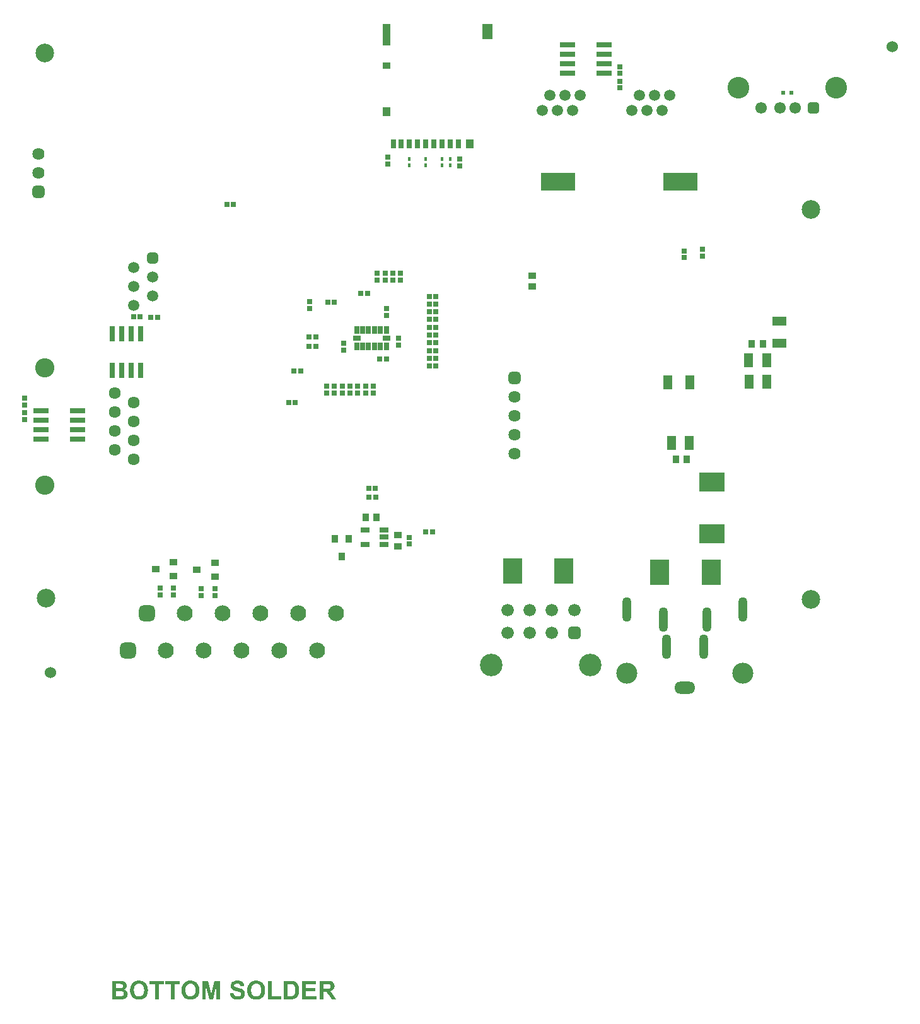
<source format=gbs>
G04*
G04 #@! TF.GenerationSoftware,Altium Limited,Altium Designer,21.4.1 (30)*
G04*
G04 Layer_Color=16711935*
%FSLAX25Y25*%
%MOIN*%
G70*
G04*
G04 #@! TF.SameCoordinates,04E9EE4E-D336-421F-817C-04C26E83230A*
G04*
G04*
G04 #@! TF.FilePolarity,Negative*
G04*
G01*
G75*
%ADD19R,0.02400X0.02400*%
%ADD52C,0.06000*%
%ADD53R,0.02800X0.02800*%
%ADD57R,0.03156X0.08200*%
%ADD58R,0.02800X0.02800*%
%ADD62R,0.03550X0.04337*%
%ADD70R,0.05128X0.07687*%
%ADD72R,0.03800X0.04300*%
%ADD89R,0.05100X0.07500*%
%ADD90R,0.04300X0.03800*%
%ADD91R,0.08200X0.03156*%
%ADD92R,0.13392X0.10243*%
%ADD93R,0.01581X0.01975*%
%ADD94C,0.06334*%
%ADD95C,0.10138*%
%ADD96C,0.00394*%
%ADD97C,0.00400*%
%ADD98C,0.05900*%
G04:AMPARAMS|DCode=99|XSize=59mil|YSize=59mil|CornerRadius=15.75mil|HoleSize=0mil|Usage=FLASHONLY|Rotation=270.000|XOffset=0mil|YOffset=0mil|HoleType=Round|Shape=RoundedRectangle|*
%AMROUNDEDRECTD99*
21,1,0.05900,0.02750,0,0,270.0*
21,1,0.02750,0.05900,0,0,270.0*
1,1,0.03150,-0.01375,-0.01375*
1,1,0.03150,-0.01375,0.01375*
1,1,0.03150,0.01375,0.01375*
1,1,0.03150,0.01375,-0.01375*
%
%ADD99ROUNDEDRECTD99*%
%ADD100C,0.11500*%
%ADD101C,0.06100*%
G04:AMPARAMS|DCode=102|XSize=61mil|YSize=61mil|CornerRadius=16.25mil|HoleSize=0mil|Usage=FLASHONLY|Rotation=180.000|XOffset=0mil|YOffset=0mil|HoleType=Round|Shape=RoundedRectangle|*
%AMROUNDEDRECTD102*
21,1,0.06100,0.02850,0,0,180.0*
21,1,0.02850,0.06100,0,0,180.0*
1,1,0.03250,-0.01425,0.01425*
1,1,0.03250,0.01425,0.01425*
1,1,0.03250,0.01425,-0.01425*
1,1,0.03250,-0.01425,-0.01425*
%
%ADD102ROUNDEDRECTD102*%
G04:AMPARAMS|DCode=103|XSize=84mil|YSize=84mil|CornerRadius=22mil|HoleSize=0mil|Usage=FLASHONLY|Rotation=0.000|XOffset=0mil|YOffset=0mil|HoleType=Round|Shape=RoundedRectangle|*
%AMROUNDEDRECTD103*
21,1,0.08400,0.04000,0,0,0.0*
21,1,0.04000,0.08400,0,0,0.0*
1,1,0.04400,0.02000,-0.02000*
1,1,0.04400,-0.02000,-0.02000*
1,1,0.04400,-0.02000,0.02000*
1,1,0.04400,0.02000,0.02000*
%
%ADD103ROUNDEDRECTD103*%
%ADD104C,0.08400*%
%ADD105C,0.05906*%
%ADD106C,0.11900*%
%ADD107C,0.06600*%
G04:AMPARAMS|DCode=108|XSize=66mil|YSize=66mil|CornerRadius=17.5mil|HoleSize=0mil|Usage=FLASHONLY|Rotation=0.000|XOffset=0mil|YOffset=0mil|HoleType=Round|Shape=RoundedRectangle|*
%AMROUNDEDRECTD108*
21,1,0.06600,0.03100,0,0,0.0*
21,1,0.03100,0.06600,0,0,0.0*
1,1,0.03500,0.01550,-0.01550*
1,1,0.03500,-0.01550,-0.01550*
1,1,0.03500,-0.01550,0.01550*
1,1,0.03500,0.01550,0.01550*
%
%ADD108ROUNDEDRECTD108*%
%ADD109C,0.09843*%
%ADD110O,0.04800X0.13100*%
%ADD111O,0.11100X0.06400*%
%ADD112C,0.11100*%
%ADD113C,0.06400*%
G04:AMPARAMS|DCode=114|XSize=64mil|YSize=64mil|CornerRadius=17mil|HoleSize=0mil|Usage=FLASHONLY|Rotation=270.000|XOffset=0mil|YOffset=0mil|HoleType=Round|Shape=RoundedRectangle|*
%AMROUNDEDRECTD114*
21,1,0.06400,0.03000,0,0,270.0*
21,1,0.03000,0.06400,0,0,270.0*
1,1,0.03400,-0.01500,-0.01500*
1,1,0.03400,-0.01500,0.01500*
1,1,0.03400,0.01500,0.01500*
1,1,0.03400,0.01500,-0.01500*
%
%ADD114ROUNDEDRECTD114*%
%ADD153R,0.05164X0.02723*%
%ADD154R,0.10243X0.13392*%
%ADD155R,0.04337X0.02762*%
%ADD156R,0.02762X0.04337*%
%ADD157R,0.18117X0.09455*%
%ADD158R,0.04337X0.11424*%
%ADD159R,0.05518X0.07880*%
%ADD160R,0.04337X0.05124*%
%ADD161R,0.03156X0.05124*%
%ADD162R,0.04337X0.03550*%
%ADD163R,0.07687X0.05128*%
G36*
X101537Y-202196D02*
X101691Y-202209D01*
X101874Y-202224D01*
X102057Y-202252D01*
X102268Y-202280D01*
X102717Y-202378D01*
X102943Y-202449D01*
X103167Y-202519D01*
X103392Y-202617D01*
X103603Y-202730D01*
X103800Y-202856D01*
X103983Y-202997D01*
X103997Y-203011D01*
X104025Y-203039D01*
X104067Y-203081D01*
X104123Y-203137D01*
X104194Y-203222D01*
X104278Y-203320D01*
X104362Y-203433D01*
X104461Y-203559D01*
X104545Y-203714D01*
X104630Y-203869D01*
X104714Y-204051D01*
X104784Y-204248D01*
X104855Y-204445D01*
X104911Y-204670D01*
X104953Y-204895D01*
X104967Y-205148D01*
X102999Y-205218D01*
Y-205204D01*
Y-205190D01*
X102971Y-205092D01*
X102943Y-204965D01*
X102886Y-204811D01*
X102816Y-204628D01*
X102717Y-204459D01*
X102591Y-204290D01*
X102450Y-204150D01*
X102436Y-204136D01*
X102380Y-204094D01*
X102282Y-204037D01*
X102141Y-203981D01*
X101972Y-203925D01*
X101761Y-203869D01*
X101508Y-203826D01*
X101213Y-203812D01*
X101073D01*
X100918Y-203826D01*
X100735Y-203854D01*
X100524Y-203897D01*
X100299Y-203967D01*
X100088Y-204051D01*
X99891Y-204178D01*
X99877Y-204192D01*
X99849Y-204220D01*
X99793Y-204262D01*
X99737Y-204333D01*
X99681Y-204417D01*
X99624Y-204529D01*
X99596Y-204642D01*
X99582Y-204783D01*
Y-204797D01*
Y-204839D01*
X99596Y-204909D01*
X99624Y-204979D01*
X99652Y-205078D01*
X99695Y-205176D01*
X99765Y-205275D01*
X99863Y-205373D01*
X99877Y-205387D01*
X99948Y-205429D01*
X99990Y-205457D01*
X100060Y-205486D01*
X100130Y-205528D01*
X100229Y-205570D01*
X100341Y-205612D01*
X100468Y-205668D01*
X100623Y-205725D01*
X100777Y-205781D01*
X100974Y-205837D01*
X101185Y-205893D01*
X101410Y-205949D01*
X101663Y-206020D01*
X101677D01*
X101733Y-206034D01*
X101804Y-206048D01*
X101902Y-206076D01*
X102015Y-206104D01*
X102155Y-206146D01*
X102310Y-206189D01*
X102464Y-206231D01*
X102802Y-206343D01*
X103153Y-206456D01*
X103491Y-206582D01*
X103631Y-206652D01*
X103772Y-206723D01*
X103786D01*
X103800Y-206737D01*
X103884Y-206793D01*
X104011Y-206877D01*
X104166Y-206990D01*
X104334Y-207131D01*
X104517Y-207299D01*
X104700Y-207496D01*
X104855Y-207721D01*
X104869Y-207749D01*
X104911Y-207834D01*
X104981Y-207960D01*
X105052Y-208143D01*
X105122Y-208368D01*
X105192Y-208635D01*
X105234Y-208930D01*
X105248Y-209268D01*
Y-209282D01*
Y-209310D01*
Y-209352D01*
Y-209408D01*
X105234Y-209478D01*
X105220Y-209577D01*
X105192Y-209774D01*
X105136Y-210027D01*
X105052Y-210294D01*
X104925Y-210561D01*
X104770Y-210842D01*
Y-210856D01*
X104742Y-210871D01*
X104686Y-210955D01*
X104573Y-211095D01*
X104433Y-211250D01*
X104250Y-211433D01*
X104011Y-211602D01*
X103758Y-211770D01*
X103449Y-211925D01*
X103435D01*
X103406Y-211939D01*
X103364Y-211953D01*
X103294Y-211981D01*
X103210Y-212009D01*
X103111Y-212037D01*
X102999Y-212066D01*
X102872Y-212094D01*
X102717Y-212136D01*
X102563Y-212164D01*
X102197Y-212220D01*
X101789Y-212262D01*
X101340Y-212277D01*
X101157D01*
X101030Y-212262D01*
X100876Y-212248D01*
X100707Y-212234D01*
X100510Y-212206D01*
X100299Y-212164D01*
X99835Y-212066D01*
X99596Y-211995D01*
X99371Y-211925D01*
X99132Y-211827D01*
X98907Y-211714D01*
X98696Y-211588D01*
X98500Y-211433D01*
X98485Y-211419D01*
X98457Y-211391D01*
X98401Y-211349D01*
X98345Y-211278D01*
X98260Y-211180D01*
X98176Y-211067D01*
X98078Y-210941D01*
X97979Y-210800D01*
X97881Y-210631D01*
X97782Y-210449D01*
X97684Y-210238D01*
X97586Y-210013D01*
X97515Y-209774D01*
X97431Y-209507D01*
X97375Y-209226D01*
X97333Y-208930D01*
X99245Y-208747D01*
Y-208762D01*
X99259Y-208790D01*
Y-208846D01*
X99273Y-208902D01*
X99329Y-209071D01*
X99399Y-209282D01*
X99484Y-209521D01*
X99610Y-209760D01*
X99751Y-209971D01*
X99934Y-210168D01*
X99962Y-210182D01*
X100032Y-210238D01*
X100145Y-210308D01*
X100313Y-210392D01*
X100524Y-210477D01*
X100763Y-210547D01*
X101044Y-210603D01*
X101368Y-210617D01*
X101522D01*
X101691Y-210589D01*
X101902Y-210561D01*
X102127Y-210519D01*
X102366Y-210449D01*
X102591Y-210350D01*
X102788Y-210224D01*
X102816Y-210210D01*
X102872Y-210153D01*
X102943Y-210069D01*
X103041Y-209957D01*
X103125Y-209816D01*
X103210Y-209647D01*
X103266Y-209478D01*
X103280Y-209282D01*
Y-209268D01*
Y-209226D01*
X103266Y-209155D01*
X103252Y-209071D01*
X103224Y-208986D01*
X103196Y-208888D01*
X103139Y-208790D01*
X103069Y-208691D01*
X103055Y-208677D01*
X103027Y-208649D01*
X102985Y-208607D01*
X102914Y-208551D01*
X102816Y-208480D01*
X102689Y-208410D01*
X102549Y-208340D01*
X102366Y-208269D01*
X102352D01*
X102296Y-208241D01*
X102197Y-208213D01*
X102127Y-208185D01*
X102043Y-208171D01*
X101944Y-208143D01*
X101832Y-208101D01*
X101705Y-208073D01*
X101565Y-208030D01*
X101396Y-207988D01*
X101213Y-207946D01*
X101016Y-207890D01*
X100791Y-207834D01*
X100777D01*
X100721Y-207820D01*
X100637Y-207791D01*
X100538Y-207763D01*
X100412Y-207721D01*
X100257Y-207679D01*
X100102Y-207623D01*
X99920Y-207566D01*
X99554Y-207426D01*
X99203Y-207257D01*
X99020Y-207173D01*
X98865Y-207074D01*
X98710Y-206976D01*
X98584Y-206877D01*
X98570Y-206863D01*
X98542Y-206835D01*
X98500Y-206793D01*
X98443Y-206737D01*
X98373Y-206652D01*
X98303Y-206554D01*
X98218Y-206456D01*
X98148Y-206329D01*
X97979Y-206034D01*
X97839Y-205696D01*
X97782Y-205514D01*
X97740Y-205331D01*
X97712Y-205120D01*
X97698Y-204909D01*
Y-204895D01*
Y-204881D01*
Y-204839D01*
Y-204783D01*
X97726Y-204642D01*
X97754Y-204459D01*
X97796Y-204248D01*
X97867Y-204009D01*
X97965Y-203756D01*
X98106Y-203517D01*
Y-203503D01*
X98120Y-203489D01*
X98190Y-203405D01*
X98274Y-203292D01*
X98415Y-203151D01*
X98584Y-202997D01*
X98795Y-202828D01*
X99034Y-202674D01*
X99315Y-202533D01*
X99329D01*
X99357Y-202519D01*
X99399Y-202505D01*
X99456Y-202477D01*
X99540Y-202449D01*
X99624Y-202420D01*
X99737Y-202392D01*
X99863Y-202350D01*
X100145Y-202294D01*
X100468Y-202238D01*
X100833Y-202196D01*
X101241Y-202181D01*
X101410D01*
X101537Y-202196D01*
D02*
G37*
G36*
X92074Y-212094D02*
X90260D01*
X90246Y-204445D01*
X88334Y-212094D01*
X86436D01*
X84524Y-204445D01*
Y-212094D01*
X82710D01*
Y-202364D01*
X85649D01*
X87392Y-209015D01*
X89122Y-202364D01*
X92074D01*
Y-212094D01*
D02*
G37*
G36*
X149200Y-202378D02*
X149355D01*
X149509Y-202392D01*
X149692D01*
X150057Y-202434D01*
X150437Y-202477D01*
X150789Y-202547D01*
X150943Y-202589D01*
X151084Y-202631D01*
X151098D01*
X151112Y-202645D01*
X151196Y-202688D01*
X151323Y-202758D01*
X151492Y-202842D01*
X151674Y-202983D01*
X151857Y-203137D01*
X152040Y-203334D01*
X152209Y-203573D01*
Y-203587D01*
X152223Y-203602D01*
X152251Y-203644D01*
X152279Y-203686D01*
X152349Y-203826D01*
X152434Y-204009D01*
X152504Y-204234D01*
X152574Y-204487D01*
X152630Y-204783D01*
X152645Y-205092D01*
Y-205106D01*
Y-205134D01*
Y-205204D01*
X152630Y-205275D01*
Y-205373D01*
X152617Y-205471D01*
X152560Y-205725D01*
X152490Y-206020D01*
X152377Y-206315D01*
X152209Y-206624D01*
X152110Y-206765D01*
X151998Y-206906D01*
X151984Y-206920D01*
X151970Y-206934D01*
X151927Y-206976D01*
X151871Y-207018D01*
X151815Y-207074D01*
X151731Y-207145D01*
X151632Y-207215D01*
X151520Y-207285D01*
X151393Y-207369D01*
X151239Y-207440D01*
X151084Y-207510D01*
X150915Y-207580D01*
X150718Y-207651D01*
X150522Y-207707D01*
X150311Y-207763D01*
X150072Y-207805D01*
X150086D01*
X150100Y-207820D01*
X150184Y-207876D01*
X150297Y-207946D01*
X150437Y-208044D01*
X150606Y-208171D01*
X150775Y-208297D01*
X150957Y-208452D01*
X151112Y-208621D01*
X151126Y-208635D01*
X151196Y-208705D01*
X151281Y-208818D01*
X151407Y-208986D01*
X151576Y-209197D01*
X151660Y-209338D01*
X151759Y-209478D01*
X151871Y-209633D01*
X151984Y-209802D01*
X152110Y-209999D01*
X152237Y-210196D01*
X153432Y-212094D01*
X151070D01*
X149664Y-209985D01*
X149650Y-209971D01*
X149636Y-209928D01*
X149594Y-209872D01*
X149537Y-209802D01*
X149481Y-209718D01*
X149411Y-209605D01*
X149256Y-209380D01*
X149073Y-209127D01*
X148905Y-208902D01*
X148750Y-208691D01*
X148680Y-208621D01*
X148623Y-208551D01*
X148609Y-208537D01*
X148581Y-208508D01*
X148525Y-208452D01*
X148455Y-208382D01*
X148356Y-208326D01*
X148258Y-208255D01*
X148145Y-208199D01*
X148033Y-208143D01*
X148019D01*
X147977Y-208129D01*
X147906Y-208101D01*
X147794Y-208087D01*
X147653Y-208059D01*
X147485Y-208044D01*
X147288Y-208030D01*
X146655D01*
Y-212094D01*
X144687D01*
Y-202364D01*
X149073D01*
X149200Y-202378D01*
D02*
G37*
G36*
X142831Y-204009D02*
X137586D01*
Y-206160D01*
X142465D01*
Y-207805D01*
X137586D01*
Y-210449D01*
X143014D01*
Y-212094D01*
X135618D01*
Y-202364D01*
X142831D01*
Y-204009D01*
D02*
G37*
G36*
X129797Y-202378D02*
X130064Y-202392D01*
X130359Y-202406D01*
X130669Y-202449D01*
X130964Y-202491D01*
X131231Y-202561D01*
X131245D01*
X131273Y-202575D01*
X131316Y-202589D01*
X131372Y-202603D01*
X131541Y-202674D01*
X131737Y-202772D01*
X131962Y-202899D01*
X132215Y-203053D01*
X132454Y-203236D01*
X132693Y-203461D01*
X132708D01*
X132722Y-203489D01*
X132792Y-203573D01*
X132904Y-203714D01*
X133031Y-203897D01*
X133186Y-204122D01*
X133340Y-204389D01*
X133495Y-204698D01*
X133621Y-205036D01*
Y-205050D01*
X133635Y-205078D01*
X133650Y-205134D01*
X133678Y-205204D01*
X133692Y-205289D01*
X133720Y-205401D01*
X133748Y-205528D01*
X133790Y-205668D01*
X133818Y-205823D01*
X133846Y-206006D01*
X133874Y-206189D01*
X133888Y-206399D01*
X133931Y-206835D01*
X133945Y-207327D01*
Y-207341D01*
Y-207384D01*
Y-207440D01*
Y-207524D01*
X133931Y-207637D01*
Y-207749D01*
X133917Y-207890D01*
X133903Y-208044D01*
X133874Y-208368D01*
X133818Y-208705D01*
X133734Y-209057D01*
X133635Y-209394D01*
Y-209408D01*
X133621Y-209436D01*
X133593Y-209493D01*
X133565Y-209577D01*
X133537Y-209661D01*
X133481Y-209760D01*
X133368Y-210013D01*
X133228Y-210280D01*
X133045Y-210575D01*
X132834Y-210856D01*
X132595Y-211124D01*
X132567Y-211152D01*
X132497Y-211208D01*
X132384Y-211292D01*
X132229Y-211405D01*
X132033Y-211531D01*
X131808Y-211658D01*
X131526Y-211784D01*
X131217Y-211897D01*
X131203D01*
X131189Y-211911D01*
X131147D01*
X131105Y-211925D01*
X130950Y-211953D01*
X130753Y-211995D01*
X130514Y-212037D01*
X130219Y-212066D01*
X129867Y-212080D01*
X129488Y-212094D01*
X125804D01*
Y-202364D01*
X129685D01*
X129797Y-202378D01*
D02*
G37*
G36*
X119505Y-210449D02*
X124398D01*
Y-212094D01*
X117537D01*
Y-202434D01*
X119505D01*
Y-210449D01*
D02*
G37*
G36*
X70886Y-204009D02*
X68017D01*
Y-212094D01*
X66049D01*
Y-204009D01*
X63167D01*
Y-202364D01*
X70886D01*
Y-204009D01*
D02*
G37*
G36*
X62576D02*
X59708D01*
Y-212094D01*
X57740D01*
Y-204009D01*
X54857D01*
Y-202364D01*
X62576D01*
Y-204009D01*
D02*
G37*
G36*
X39687Y-202378D02*
X39968Y-202392D01*
X40249Y-202406D01*
X40516Y-202434D01*
X40755Y-202463D01*
X40783D01*
X40854Y-202477D01*
X40952Y-202505D01*
X41093Y-202547D01*
X41247Y-202603D01*
X41416Y-202674D01*
X41599Y-202758D01*
X41767Y-202870D01*
X41781Y-202884D01*
X41838Y-202927D01*
X41922Y-202997D01*
X42035Y-203081D01*
X42147Y-203208D01*
X42274Y-203348D01*
X42400Y-203503D01*
X42513Y-203686D01*
X42527Y-203714D01*
X42555Y-203770D01*
X42611Y-203883D01*
X42667Y-204023D01*
X42724Y-204192D01*
X42780Y-204375D01*
X42808Y-204600D01*
X42822Y-204825D01*
Y-204839D01*
Y-204853D01*
Y-204937D01*
X42808Y-205064D01*
X42780Y-205232D01*
X42724Y-205429D01*
X42667Y-205640D01*
X42569Y-205851D01*
X42442Y-206076D01*
X42428Y-206104D01*
X42372Y-206174D01*
X42288Y-206273D01*
X42189Y-206399D01*
X42049Y-206526D01*
X41880Y-206681D01*
X41683Y-206807D01*
X41458Y-206934D01*
X41472D01*
X41500Y-206948D01*
X41543Y-206962D01*
X41599Y-206976D01*
X41767Y-207046D01*
X41964Y-207145D01*
X42175Y-207257D01*
X42414Y-207412D01*
X42625Y-207594D01*
X42822Y-207820D01*
X42836Y-207848D01*
X42892Y-207932D01*
X42977Y-208059D01*
X43061Y-208227D01*
X43145Y-208452D01*
X43230Y-208691D01*
X43286Y-208972D01*
X43300Y-209282D01*
Y-209296D01*
Y-209310D01*
Y-209394D01*
X43286Y-209521D01*
X43258Y-209689D01*
X43230Y-209886D01*
X43173Y-210111D01*
X43089Y-210336D01*
X42991Y-210575D01*
X42977Y-210603D01*
X42934Y-210674D01*
X42864Y-210786D01*
X42766Y-210927D01*
X42653Y-211095D01*
X42498Y-211250D01*
X42344Y-211419D01*
X42147Y-211574D01*
X42119Y-211588D01*
X42049Y-211630D01*
X41936Y-211700D01*
X41781Y-211770D01*
X41585Y-211855D01*
X41360Y-211925D01*
X41107Y-211995D01*
X40825Y-212037D01*
X40769D01*
X40713Y-212052D01*
X40572D01*
X40474Y-212066D01*
X40207D01*
X40038Y-212080D01*
X39616D01*
X39377Y-212094D01*
X35159D01*
Y-202364D01*
X39433D01*
X39687Y-202378D01*
D02*
G37*
G36*
X111421Y-202196D02*
X111561D01*
X111744Y-202224D01*
X111955Y-202252D01*
X112194Y-202294D01*
X112447Y-202350D01*
X112714Y-202420D01*
X112995Y-202505D01*
X113277Y-202617D01*
X113572Y-202744D01*
X113853Y-202899D01*
X114134Y-203081D01*
X114401Y-203292D01*
X114654Y-203531D01*
X114669Y-203545D01*
X114711Y-203587D01*
X114781Y-203672D01*
X114851Y-203770D01*
X114950Y-203911D01*
X115062Y-204080D01*
X115175Y-204276D01*
X115301Y-204501D01*
X115428Y-204740D01*
X115540Y-205022D01*
X115653Y-205331D01*
X115751Y-205654D01*
X115835Y-206020D01*
X115892Y-206399D01*
X115934Y-206807D01*
X115948Y-207243D01*
Y-207271D01*
Y-207341D01*
X115934Y-207468D01*
Y-207637D01*
X115906Y-207834D01*
X115878Y-208059D01*
X115835Y-208326D01*
X115793Y-208593D01*
X115723Y-208888D01*
X115639Y-209197D01*
X115526Y-209507D01*
X115400Y-209816D01*
X115259Y-210111D01*
X115076Y-210406D01*
X114879Y-210688D01*
X114654Y-210955D01*
X114640Y-210969D01*
X114598Y-211011D01*
X114528Y-211081D01*
X114415Y-211166D01*
X114289Y-211264D01*
X114134Y-211377D01*
X113951Y-211489D01*
X113755Y-211616D01*
X113516Y-211742D01*
X113262Y-211855D01*
X112981Y-211967D01*
X112672Y-212066D01*
X112349Y-212150D01*
X111997Y-212220D01*
X111632Y-212262D01*
X111238Y-212277D01*
X111140D01*
X111027Y-212262D01*
X110886Y-212248D01*
X110704Y-212234D01*
X110493Y-212206D01*
X110254Y-212164D01*
X110001Y-212108D01*
X109719Y-212037D01*
X109452Y-211953D01*
X109157Y-211841D01*
X108876Y-211714D01*
X108581Y-211574D01*
X108313Y-211391D01*
X108046Y-211194D01*
X107793Y-210955D01*
X107779Y-210941D01*
X107737Y-210899D01*
X107681Y-210814D01*
X107596Y-210716D01*
X107498Y-210575D01*
X107385Y-210406D01*
X107273Y-210224D01*
X107160Y-209999D01*
X107034Y-209760D01*
X106922Y-209478D01*
X106809Y-209183D01*
X106711Y-208860D01*
X106626Y-208508D01*
X106570Y-208129D01*
X106528Y-207721D01*
X106514Y-207299D01*
Y-207285D01*
Y-207229D01*
Y-207159D01*
X106528Y-207046D01*
Y-206920D01*
X106542Y-206779D01*
X106556Y-206610D01*
X106570Y-206428D01*
X106626Y-206034D01*
X106696Y-205612D01*
X106809Y-205190D01*
X106950Y-204797D01*
Y-204783D01*
X106964Y-204768D01*
X106992Y-204726D01*
X107006Y-204670D01*
X107090Y-204529D01*
X107189Y-204347D01*
X107315Y-204136D01*
X107470Y-203925D01*
X107653Y-203686D01*
X107849Y-203461D01*
X107863Y-203447D01*
X107878Y-203433D01*
X107948Y-203362D01*
X108074Y-203250D01*
X108229Y-203123D01*
X108412Y-202983D01*
X108623Y-202828D01*
X108862Y-202688D01*
X109115Y-202575D01*
X109129D01*
X109157Y-202561D01*
X109213Y-202533D01*
X109283Y-202519D01*
X109368Y-202477D01*
X109466Y-202449D01*
X109593Y-202420D01*
X109719Y-202378D01*
X110029Y-202308D01*
X110380Y-202238D01*
X110788Y-202196D01*
X111210Y-202181D01*
X111308D01*
X111421Y-202196D01*
D02*
G37*
G36*
X76664D02*
X76805D01*
X76988Y-202224D01*
X77199Y-202252D01*
X77438Y-202294D01*
X77691Y-202350D01*
X77958Y-202420D01*
X78239Y-202505D01*
X78520Y-202617D01*
X78816Y-202744D01*
X79097Y-202899D01*
X79378Y-203081D01*
X79645Y-203292D01*
X79898Y-203531D01*
X79912Y-203545D01*
X79954Y-203587D01*
X80025Y-203672D01*
X80095Y-203770D01*
X80193Y-203911D01*
X80306Y-204080D01*
X80418Y-204276D01*
X80545Y-204501D01*
X80671Y-204740D01*
X80784Y-205022D01*
X80896Y-205331D01*
X80995Y-205654D01*
X81079Y-206020D01*
X81135Y-206399D01*
X81178Y-206807D01*
X81192Y-207243D01*
Y-207271D01*
Y-207341D01*
X81178Y-207468D01*
Y-207637D01*
X81150Y-207834D01*
X81121Y-208059D01*
X81079Y-208326D01*
X81037Y-208593D01*
X80967Y-208888D01*
X80882Y-209197D01*
X80770Y-209507D01*
X80643Y-209816D01*
X80503Y-210111D01*
X80320Y-210406D01*
X80123Y-210688D01*
X79898Y-210955D01*
X79884Y-210969D01*
X79842Y-211011D01*
X79772Y-211081D01*
X79659Y-211166D01*
X79533Y-211264D01*
X79378Y-211377D01*
X79195Y-211489D01*
X78998Y-211616D01*
X78759Y-211742D01*
X78506Y-211855D01*
X78225Y-211967D01*
X77916Y-212066D01*
X77592Y-212150D01*
X77241Y-212220D01*
X76875Y-212262D01*
X76482Y-212277D01*
X76383D01*
X76271Y-212262D01*
X76130Y-212248D01*
X75947Y-212234D01*
X75736Y-212206D01*
X75497Y-212164D01*
X75244Y-212108D01*
X74963Y-212037D01*
X74696Y-211953D01*
X74401Y-211841D01*
X74120Y-211714D01*
X73824Y-211574D01*
X73557Y-211391D01*
X73290Y-211194D01*
X73037Y-210955D01*
X73023Y-210941D01*
X72981Y-210899D01*
X72924Y-210814D01*
X72840Y-210716D01*
X72742Y-210575D01*
X72629Y-210406D01*
X72517Y-210224D01*
X72404Y-209999D01*
X72278Y-209760D01*
X72165Y-209478D01*
X72053Y-209183D01*
X71954Y-208860D01*
X71870Y-208508D01*
X71814Y-208129D01*
X71772Y-207721D01*
X71757Y-207299D01*
Y-207285D01*
Y-207229D01*
Y-207159D01*
X71772Y-207046D01*
Y-206920D01*
X71785Y-206779D01*
X71800Y-206610D01*
X71814Y-206428D01*
X71870Y-206034D01*
X71940Y-205612D01*
X72053Y-205190D01*
X72193Y-204797D01*
Y-204783D01*
X72207Y-204768D01*
X72235Y-204726D01*
X72250Y-204670D01*
X72334Y-204529D01*
X72432Y-204347D01*
X72559Y-204136D01*
X72714Y-203925D01*
X72896Y-203686D01*
X73093Y-203461D01*
X73107Y-203447D01*
X73121Y-203433D01*
X73191Y-203362D01*
X73318Y-203250D01*
X73473Y-203123D01*
X73655Y-202983D01*
X73866Y-202828D01*
X74105Y-202688D01*
X74358Y-202575D01*
X74373D01*
X74401Y-202561D01*
X74457Y-202533D01*
X74527Y-202519D01*
X74612Y-202477D01*
X74710Y-202449D01*
X74836Y-202420D01*
X74963Y-202378D01*
X75272Y-202308D01*
X75624Y-202238D01*
X76032Y-202196D01*
X76453Y-202181D01*
X76552D01*
X76664Y-202196D01*
D02*
G37*
G36*
X49472D02*
X49613D01*
X49796Y-202224D01*
X50007Y-202252D01*
X50246Y-202294D01*
X50499Y-202350D01*
X50766Y-202420D01*
X51047Y-202505D01*
X51328Y-202617D01*
X51623Y-202744D01*
X51905Y-202899D01*
X52186Y-203081D01*
X52453Y-203292D01*
X52706Y-203531D01*
X52720Y-203545D01*
X52762Y-203587D01*
X52833Y-203672D01*
X52903Y-203770D01*
X53001Y-203911D01*
X53114Y-204080D01*
X53226Y-204276D01*
X53353Y-204501D01*
X53479Y-204740D01*
X53592Y-205022D01*
X53704Y-205331D01*
X53803Y-205654D01*
X53887Y-206020D01*
X53943Y-206399D01*
X53986Y-206807D01*
X54000Y-207243D01*
Y-207271D01*
Y-207341D01*
X53986Y-207468D01*
Y-207637D01*
X53957Y-207834D01*
X53929Y-208059D01*
X53887Y-208326D01*
X53845Y-208593D01*
X53775Y-208888D01*
X53690Y-209197D01*
X53578Y-209507D01*
X53451Y-209816D01*
X53311Y-210111D01*
X53128Y-210406D01*
X52931Y-210688D01*
X52706Y-210955D01*
X52692Y-210969D01*
X52650Y-211011D01*
X52579Y-211081D01*
X52467Y-211166D01*
X52341Y-211264D01*
X52186Y-211377D01*
X52003Y-211489D01*
X51806Y-211616D01*
X51567Y-211742D01*
X51314Y-211855D01*
X51033Y-211967D01*
X50724Y-212066D01*
X50400Y-212150D01*
X50049Y-212220D01*
X49683Y-212262D01*
X49290Y-212277D01*
X49191D01*
X49079Y-212262D01*
X48938Y-212248D01*
X48755Y-212234D01*
X48544Y-212206D01*
X48305Y-212164D01*
X48052Y-212108D01*
X47771Y-212037D01*
X47504Y-211953D01*
X47209Y-211841D01*
X46927Y-211714D01*
X46632Y-211574D01*
X46365Y-211391D01*
X46098Y-211194D01*
X45845Y-210955D01*
X45831Y-210941D01*
X45789Y-210899D01*
X45732Y-210814D01*
X45648Y-210716D01*
X45549Y-210575D01*
X45437Y-210406D01*
X45325Y-210224D01*
X45212Y-209999D01*
X45086Y-209760D01*
X44973Y-209478D01*
X44861Y-209183D01*
X44762Y-208860D01*
X44678Y-208508D01*
X44622Y-208129D01*
X44579Y-207721D01*
X44565Y-207299D01*
Y-207285D01*
Y-207229D01*
Y-207159D01*
X44579Y-207046D01*
Y-206920D01*
X44594Y-206779D01*
X44607Y-206610D01*
X44622Y-206428D01*
X44678Y-206034D01*
X44748Y-205612D01*
X44861Y-205190D01*
X45001Y-204797D01*
Y-204783D01*
X45015Y-204768D01*
X45043Y-204726D01*
X45057Y-204670D01*
X45142Y-204529D01*
X45240Y-204347D01*
X45367Y-204136D01*
X45521Y-203925D01*
X45704Y-203686D01*
X45901Y-203461D01*
X45915Y-203447D01*
X45929Y-203433D01*
X46000Y-203362D01*
X46126Y-203250D01*
X46281Y-203123D01*
X46464Y-202983D01*
X46674Y-202828D01*
X46913Y-202688D01*
X47166Y-202575D01*
X47181D01*
X47209Y-202561D01*
X47265Y-202533D01*
X47335Y-202519D01*
X47420Y-202477D01*
X47518Y-202449D01*
X47644Y-202420D01*
X47771Y-202378D01*
X48080Y-202308D01*
X48432Y-202238D01*
X48840Y-202196D01*
X49261Y-202181D01*
X49360D01*
X49472Y-202196D01*
D02*
G37*
%LPC*%
G36*
X148905Y-204009D02*
X146655D01*
Y-206484D01*
X148567D01*
X148848Y-206470D01*
X149144Y-206456D01*
X149439Y-206442D01*
X149565Y-206428D01*
X149678Y-206414D01*
X149790Y-206385D01*
X149861Y-206371D01*
X149875D01*
X149917Y-206343D01*
X149987Y-206315D01*
X150057Y-206273D01*
X150240Y-206146D01*
X150325Y-206062D01*
X150409Y-205963D01*
X150423Y-205949D01*
X150437Y-205907D01*
X150479Y-205851D01*
X150522Y-205767D01*
X150550Y-205654D01*
X150592Y-205528D01*
X150606Y-205387D01*
X150620Y-205232D01*
Y-205204D01*
Y-205148D01*
X150606Y-205064D01*
X150592Y-204951D01*
X150550Y-204825D01*
X150507Y-204698D01*
X150437Y-204557D01*
X150353Y-204445D01*
X150339Y-204431D01*
X150311Y-204389D01*
X150240Y-204347D01*
X150156Y-204276D01*
X150057Y-204206D01*
X149931Y-204150D01*
X149776Y-204094D01*
X149608Y-204051D01*
X149594D01*
X149551Y-204037D01*
X149467D01*
X149340Y-204023D01*
X149031D01*
X148905Y-204009D01*
D02*
G37*
G36*
X129052D02*
X127772D01*
Y-210449D01*
X129502D01*
X129685Y-210435D01*
X129881D01*
X130078Y-210406D01*
X130261Y-210392D01*
X130416Y-210364D01*
X130444D01*
X130500Y-210336D01*
X130584Y-210308D01*
X130697Y-210266D01*
X130824Y-210210D01*
X130950Y-210139D01*
X131077Y-210055D01*
X131203Y-209957D01*
X131217Y-209943D01*
X131259Y-209900D01*
X131316Y-209830D01*
X131386Y-209732D01*
X131456Y-209605D01*
X131555Y-209450D01*
X131625Y-209254D01*
X131709Y-209029D01*
Y-209015D01*
X131723Y-209000D01*
Y-208958D01*
X131737Y-208902D01*
X131765Y-208846D01*
X131780Y-208762D01*
X131822Y-208551D01*
X131850Y-208297D01*
X131892Y-208002D01*
X131906Y-207637D01*
X131920Y-207243D01*
Y-207229D01*
Y-207187D01*
Y-207131D01*
Y-207060D01*
Y-206962D01*
X131906Y-206849D01*
X131892Y-206610D01*
X131864Y-206329D01*
X131836Y-206034D01*
X131780Y-205767D01*
X131709Y-205514D01*
Y-205500D01*
X131695Y-205486D01*
X131667Y-205415D01*
X131625Y-205303D01*
X131569Y-205162D01*
X131484Y-205022D01*
X131386Y-204867D01*
X131273Y-204712D01*
X131147Y-204572D01*
X131133Y-204557D01*
X131091Y-204515D01*
X131006Y-204459D01*
X130908Y-204389D01*
X130767Y-204305D01*
X130613Y-204234D01*
X130444Y-204164D01*
X130247Y-204108D01*
X130233D01*
X130163Y-204094D01*
X130050Y-204080D01*
X129895Y-204051D01*
X129797D01*
X129671Y-204037D01*
X129544D01*
X129403Y-204023D01*
X129235D01*
X129052Y-204009D01*
D02*
G37*
G36*
X39082Y-203981D02*
X37128D01*
Y-206231D01*
X39012D01*
X39251Y-206217D01*
X39687D01*
X39771Y-206203D01*
X39855D01*
X39911Y-206189D01*
X39996Y-206174D01*
X40122Y-206132D01*
X40249Y-206090D01*
X40376Y-206034D01*
X40502Y-205963D01*
X40615Y-205865D01*
X40629Y-205851D01*
X40657Y-205809D01*
X40713Y-205753D01*
X40769Y-205654D01*
X40811Y-205542D01*
X40868Y-205415D01*
X40896Y-205261D01*
X40910Y-205092D01*
Y-205078D01*
Y-205022D01*
X40896Y-204937D01*
X40882Y-204825D01*
X40854Y-204712D01*
X40797Y-204600D01*
X40741Y-204473D01*
X40657Y-204361D01*
X40643Y-204347D01*
X40615Y-204318D01*
X40544Y-204262D01*
X40474Y-204206D01*
X40361Y-204150D01*
X40235Y-204094D01*
X40080Y-204051D01*
X39911Y-204023D01*
X39897D01*
X39841Y-204009D01*
X39687D01*
X39602Y-203995D01*
X39237D01*
X39082Y-203981D01*
D02*
G37*
G36*
X39166Y-207848D02*
X37128D01*
Y-210449D01*
X39293D01*
X39504Y-210435D01*
X39729D01*
X39954Y-210421D01*
X40137Y-210406D01*
X40221D01*
X40277Y-210392D01*
X40291D01*
X40347Y-210378D01*
X40432Y-210350D01*
X40530Y-210322D01*
X40643Y-210266D01*
X40769Y-210196D01*
X40882Y-210111D01*
X40994Y-210013D01*
X41008Y-209999D01*
X41036Y-209957D01*
X41078Y-209886D01*
X41135Y-209788D01*
X41191Y-209675D01*
X41233Y-209535D01*
X41261Y-209366D01*
X41275Y-209183D01*
Y-209169D01*
Y-209113D01*
X41261Y-209029D01*
X41247Y-208930D01*
X41219Y-208804D01*
X41177Y-208691D01*
X41121Y-208565D01*
X41050Y-208438D01*
X41036Y-208424D01*
X41008Y-208382D01*
X40966Y-208326D01*
X40896Y-208269D01*
X40811Y-208185D01*
X40699Y-208115D01*
X40572Y-208044D01*
X40432Y-207988D01*
X40418D01*
X40347Y-207960D01*
X40235Y-207946D01*
X40165Y-207932D01*
X40066Y-207918D01*
X39968Y-207904D01*
X39841Y-207890D01*
X39701Y-207876D01*
X39532D01*
X39363Y-207862D01*
X39166Y-207848D01*
D02*
G37*
G36*
X111238Y-203854D02*
X111125D01*
X111041Y-203869D01*
X110928Y-203883D01*
X110816Y-203897D01*
X110535Y-203953D01*
X110225Y-204065D01*
X110057Y-204122D01*
X109888Y-204206D01*
X109733Y-204305D01*
X109565Y-204417D01*
X109410Y-204543D01*
X109269Y-204698D01*
X109255Y-204712D01*
X109241Y-204740D01*
X109199Y-204783D01*
X109157Y-204853D01*
X109101Y-204951D01*
X109045Y-205050D01*
X108974Y-205176D01*
X108904Y-205331D01*
X108834Y-205500D01*
X108763Y-205682D01*
X108707Y-205893D01*
X108651Y-206118D01*
X108609Y-206371D01*
X108566Y-206638D01*
X108552Y-206920D01*
X108538Y-207229D01*
Y-207243D01*
Y-207299D01*
Y-207384D01*
X108552Y-207496D01*
X108566Y-207637D01*
X108581Y-207805D01*
X108609Y-207974D01*
X108637Y-208171D01*
X108721Y-208579D01*
X108862Y-208986D01*
X108946Y-209197D01*
X109045Y-209394D01*
X109171Y-209577D01*
X109298Y-209746D01*
X109312Y-209760D01*
X109340Y-209788D01*
X109382Y-209830D01*
X109438Y-209872D01*
X109509Y-209943D01*
X109607Y-210013D01*
X109705Y-210097D01*
X109832Y-210168D01*
X110099Y-210336D01*
X110436Y-210463D01*
X110619Y-210519D01*
X110816Y-210561D01*
X111027Y-210589D01*
X111238Y-210603D01*
X111350D01*
X111435Y-210589D01*
X111533Y-210575D01*
X111646Y-210561D01*
X111913Y-210491D01*
X112222Y-210392D01*
X112377Y-210322D01*
X112546Y-210252D01*
X112700Y-210153D01*
X112869Y-210041D01*
X113023Y-209914D01*
X113164Y-209760D01*
X113178Y-209746D01*
X113192Y-209718D01*
X113234Y-209675D01*
X113277Y-209605D01*
X113347Y-209507D01*
X113403Y-209394D01*
X113473Y-209268D01*
X113544Y-209113D01*
X113614Y-208944D01*
X113684Y-208762D01*
X113755Y-208551D01*
X113811Y-208312D01*
X113853Y-208073D01*
X113895Y-207805D01*
X113909Y-207510D01*
X113923Y-207201D01*
Y-207187D01*
Y-207131D01*
Y-207046D01*
X113909Y-206920D01*
X113895Y-206779D01*
X113881Y-206624D01*
X113867Y-206442D01*
X113825Y-206259D01*
X113741Y-205851D01*
X113614Y-205429D01*
X113530Y-205218D01*
X113431Y-205036D01*
X113305Y-204853D01*
X113178Y-204684D01*
X113164Y-204670D01*
X113150Y-204642D01*
X113108Y-204614D01*
X113052Y-204557D01*
X112967Y-204487D01*
X112883Y-204417D01*
X112785Y-204347D01*
X112658Y-204262D01*
X112531Y-204192D01*
X112377Y-204122D01*
X112053Y-203981D01*
X111871Y-203925D01*
X111674Y-203897D01*
X111463Y-203869D01*
X111238Y-203854D01*
D02*
G37*
G36*
X76482D02*
X76369D01*
X76285Y-203869D01*
X76172Y-203883D01*
X76060Y-203897D01*
X75779Y-203953D01*
X75469Y-204065D01*
X75301Y-204122D01*
X75132Y-204206D01*
X74977Y-204305D01*
X74808Y-204417D01*
X74654Y-204543D01*
X74513Y-204698D01*
X74499Y-204712D01*
X74485Y-204740D01*
X74443Y-204783D01*
X74401Y-204853D01*
X74344Y-204951D01*
X74288Y-205050D01*
X74218Y-205176D01*
X74148Y-205331D01*
X74077Y-205500D01*
X74007Y-205682D01*
X73951Y-205893D01*
X73895Y-206118D01*
X73852Y-206371D01*
X73810Y-206638D01*
X73796Y-206920D01*
X73782Y-207229D01*
Y-207243D01*
Y-207299D01*
Y-207384D01*
X73796Y-207496D01*
X73810Y-207637D01*
X73824Y-207805D01*
X73852Y-207974D01*
X73880Y-208171D01*
X73965Y-208579D01*
X74105Y-208986D01*
X74190Y-209197D01*
X74288Y-209394D01*
X74415Y-209577D01*
X74541Y-209746D01*
X74555Y-209760D01*
X74584Y-209788D01*
X74626Y-209830D01*
X74682Y-209872D01*
X74752Y-209943D01*
X74851Y-210013D01*
X74949Y-210097D01*
X75076Y-210168D01*
X75343Y-210336D01*
X75680Y-210463D01*
X75863Y-210519D01*
X76060Y-210561D01*
X76271Y-210589D01*
X76482Y-210603D01*
X76594D01*
X76678Y-210589D01*
X76777Y-210575D01*
X76889Y-210561D01*
X77156Y-210491D01*
X77466Y-210392D01*
X77620Y-210322D01*
X77789Y-210252D01*
X77944Y-210153D01*
X78113Y-210041D01*
X78267Y-209914D01*
X78408Y-209760D01*
X78422Y-209746D01*
X78436Y-209718D01*
X78478Y-209675D01*
X78520Y-209605D01*
X78591Y-209507D01*
X78647Y-209394D01*
X78717Y-209268D01*
X78787Y-209113D01*
X78858Y-208944D01*
X78928Y-208762D01*
X78998Y-208551D01*
X79054Y-208312D01*
X79097Y-208073D01*
X79139Y-207805D01*
X79153Y-207510D01*
X79167Y-207201D01*
Y-207187D01*
Y-207131D01*
Y-207046D01*
X79153Y-206920D01*
X79139Y-206779D01*
X79125Y-206624D01*
X79111Y-206442D01*
X79069Y-206259D01*
X78984Y-205851D01*
X78858Y-205429D01*
X78773Y-205218D01*
X78675Y-205036D01*
X78548Y-204853D01*
X78422Y-204684D01*
X78408Y-204670D01*
X78394Y-204642D01*
X78351Y-204614D01*
X78295Y-204557D01*
X78211Y-204487D01*
X78127Y-204417D01*
X78028Y-204347D01*
X77902Y-204262D01*
X77775Y-204192D01*
X77620Y-204122D01*
X77297Y-203981D01*
X77114Y-203925D01*
X76917Y-203897D01*
X76706Y-203869D01*
X76482Y-203854D01*
D02*
G37*
G36*
X49290D02*
X49177D01*
X49093Y-203869D01*
X48980Y-203883D01*
X48868Y-203897D01*
X48586Y-203953D01*
X48277Y-204065D01*
X48109Y-204122D01*
X47940Y-204206D01*
X47785Y-204305D01*
X47616Y-204417D01*
X47462Y-204543D01*
X47321Y-204698D01*
X47307Y-204712D01*
X47293Y-204740D01*
X47251Y-204783D01*
X47209Y-204853D01*
X47152Y-204951D01*
X47096Y-205050D01*
X47026Y-205176D01*
X46955Y-205331D01*
X46885Y-205500D01*
X46815Y-205682D01*
X46759Y-205893D01*
X46703Y-206118D01*
X46660Y-206371D01*
X46618Y-206638D01*
X46604Y-206920D01*
X46590Y-207229D01*
Y-207243D01*
Y-207299D01*
Y-207384D01*
X46604Y-207496D01*
X46618Y-207637D01*
X46632Y-207805D01*
X46660Y-207974D01*
X46688Y-208171D01*
X46773Y-208579D01*
X46913Y-208986D01*
X46998Y-209197D01*
X47096Y-209394D01*
X47223Y-209577D01*
X47349Y-209746D01*
X47363Y-209760D01*
X47391Y-209788D01*
X47434Y-209830D01*
X47490Y-209872D01*
X47560Y-209943D01*
X47659Y-210013D01*
X47757Y-210097D01*
X47883Y-210168D01*
X48151Y-210336D01*
X48488Y-210463D01*
X48671Y-210519D01*
X48868Y-210561D01*
X49079Y-210589D01*
X49290Y-210603D01*
X49402D01*
X49486Y-210589D01*
X49585Y-210575D01*
X49697Y-210561D01*
X49964Y-210491D01*
X50274Y-210392D01*
X50428Y-210322D01*
X50597Y-210252D01*
X50752Y-210153D01*
X50920Y-210041D01*
X51075Y-209914D01*
X51216Y-209760D01*
X51230Y-209746D01*
X51244Y-209718D01*
X51286Y-209675D01*
X51328Y-209605D01*
X51398Y-209507D01*
X51455Y-209394D01*
X51525Y-209268D01*
X51595Y-209113D01*
X51666Y-208944D01*
X51736Y-208762D01*
X51806Y-208551D01*
X51863Y-208312D01*
X51905Y-208073D01*
X51947Y-207805D01*
X51961Y-207510D01*
X51975Y-207201D01*
Y-207187D01*
Y-207131D01*
Y-207046D01*
X51961Y-206920D01*
X51947Y-206779D01*
X51933Y-206624D01*
X51919Y-206442D01*
X51876Y-206259D01*
X51792Y-205851D01*
X51666Y-205429D01*
X51581Y-205218D01*
X51483Y-205036D01*
X51356Y-204853D01*
X51230Y-204684D01*
X51216Y-204670D01*
X51202Y-204642D01*
X51160Y-204614D01*
X51103Y-204557D01*
X51019Y-204487D01*
X50934Y-204417D01*
X50836Y-204347D01*
X50710Y-204262D01*
X50583Y-204192D01*
X50428Y-204122D01*
X50105Y-203981D01*
X49922Y-203925D01*
X49725Y-203897D01*
X49514Y-203869D01*
X49290Y-203854D01*
D02*
G37*
%LPD*%
D19*
X393987Y266710D02*
D03*
X389657D02*
D03*
D52*
X447551Y291247D02*
D03*
X2306Y-39469D02*
D03*
D53*
X157399Y130892D02*
D03*
Y134457D02*
D03*
X179362Y171408D02*
D03*
Y167842D02*
D03*
X175274Y167831D02*
D03*
Y171397D02*
D03*
X60331Y5193D02*
D03*
Y1628D02*
D03*
X82056Y4744D02*
D03*
Y1178D02*
D03*
X192019Y28336D02*
D03*
Y31902D02*
D03*
X183451Y171420D02*
D03*
Y167854D02*
D03*
X218635Y228223D02*
D03*
Y231789D02*
D03*
X180843Y232807D02*
D03*
Y229241D02*
D03*
X187551Y171420D02*
D03*
Y167854D02*
D03*
X173076Y108273D02*
D03*
Y111839D02*
D03*
X168976Y108273D02*
D03*
Y111839D02*
D03*
X164876Y108273D02*
D03*
Y111839D02*
D03*
X139500Y156500D02*
D03*
Y152934D02*
D03*
X160776Y108273D02*
D03*
Y111839D02*
D03*
X156676Y108273D02*
D03*
Y111839D02*
D03*
X152576Y108273D02*
D03*
Y111839D02*
D03*
X148476Y108273D02*
D03*
Y111839D02*
D03*
X-11224Y97898D02*
D03*
Y94332D02*
D03*
X303398Y277098D02*
D03*
Y280664D02*
D03*
X-11201Y105564D02*
D03*
Y101998D02*
D03*
X89313Y1178D02*
D03*
Y4744D02*
D03*
X67545Y1628D02*
D03*
Y5193D02*
D03*
X180046Y152679D02*
D03*
Y149113D02*
D03*
X303375Y269432D02*
D03*
Y272998D02*
D03*
X186546Y133569D02*
D03*
Y137135D02*
D03*
X337297Y179758D02*
D03*
Y183324D02*
D03*
X347083Y180483D02*
D03*
Y184049D02*
D03*
D57*
X35023Y139663D02*
D03*
X40023D02*
D03*
X45023D02*
D03*
X50023D02*
D03*
Y120263D02*
D03*
X45023D02*
D03*
X40023D02*
D03*
X35023D02*
D03*
D58*
X46365Y148350D02*
D03*
X49931D02*
D03*
X55476Y148248D02*
D03*
X59042D02*
D03*
X170726Y57884D02*
D03*
X174291D02*
D03*
X170786Y53313D02*
D03*
X174352D02*
D03*
X170026Y160984D02*
D03*
X166460D02*
D03*
X180142Y126204D02*
D03*
X176576D02*
D03*
X204315Y34968D02*
D03*
X200749D02*
D03*
X95647Y207976D02*
D03*
X99213D02*
D03*
X206236Y155210D02*
D03*
X202671D02*
D03*
X139268Y132834D02*
D03*
X142834D02*
D03*
X202671Y151110D02*
D03*
X206236D02*
D03*
X202682Y147022D02*
D03*
X206248D02*
D03*
X202694Y142933D02*
D03*
X206260D02*
D03*
X202682Y138758D02*
D03*
X206248D02*
D03*
X206236Y159310D02*
D03*
X202671D02*
D03*
X131937Y103026D02*
D03*
X128371D02*
D03*
X148962Y156125D02*
D03*
X152528D02*
D03*
X202694Y134669D02*
D03*
X206260D02*
D03*
X202705Y130581D02*
D03*
X206271D02*
D03*
X202705Y126481D02*
D03*
X206271D02*
D03*
X202705Y122381D02*
D03*
X206271D02*
D03*
X131124Y119898D02*
D03*
X134690D02*
D03*
X139214Y137924D02*
D03*
X142780D02*
D03*
D62*
X152733Y31150D02*
D03*
X160213D02*
D03*
X156473Y21701D02*
D03*
D70*
X328783Y113779D02*
D03*
X340595D02*
D03*
D72*
X174947Y42574D02*
D03*
X169051D02*
D03*
X379032Y134108D02*
D03*
X373136D02*
D03*
X333035Y73293D02*
D03*
X338931D02*
D03*
D89*
X380985Y125487D02*
D03*
X371567D02*
D03*
X371720Y114252D02*
D03*
X381137D02*
D03*
X330771Y81911D02*
D03*
X340188D02*
D03*
D90*
X186233Y27142D02*
D03*
Y33038D02*
D03*
X257285Y170297D02*
D03*
Y164401D02*
D03*
D91*
X275632Y292098D02*
D03*
Y287098D02*
D03*
Y282098D02*
D03*
Y277098D02*
D03*
X295032D02*
D03*
Y282098D02*
D03*
Y287098D02*
D03*
Y292098D02*
D03*
X-2470Y83746D02*
D03*
Y88746D02*
D03*
Y93746D02*
D03*
Y98746D02*
D03*
X16930D02*
D03*
Y93746D02*
D03*
Y88746D02*
D03*
Y83746D02*
D03*
D92*
X352063Y61156D02*
D03*
Y33990D02*
D03*
D93*
X191982Y228482D02*
D03*
Y231789D02*
D03*
X200643Y228482D02*
D03*
Y231789D02*
D03*
X213635Y228482D02*
D03*
Y231789D02*
D03*
X209304Y228482D02*
D03*
Y231789D02*
D03*
D94*
X46609Y73056D02*
D03*
X36609Y78056D02*
D03*
X46609Y83056D02*
D03*
X36609Y88056D02*
D03*
X46609Y93056D02*
D03*
X36609Y98056D02*
D03*
X46609Y103056D02*
D03*
X36609Y108056D02*
D03*
D95*
X-398Y59553D02*
D03*
Y121560D02*
D03*
D96*
X11609Y113056D02*
D03*
Y68056D02*
D03*
X338656Y277517D02*
D03*
X253656D02*
D03*
D97*
X21609Y186842D02*
D03*
Y146842D02*
D03*
X347730Y-39730D02*
D03*
X328045D02*
D03*
X316974Y219874D02*
D03*
X287644D02*
D03*
X198476Y-4234D02*
D03*
Y-31793D02*
D03*
D98*
X46609Y154362D02*
D03*
Y164362D02*
D03*
Y174362D02*
D03*
X56609Y159362D02*
D03*
Y169362D02*
D03*
D99*
Y179362D02*
D03*
D100*
X417903Y269366D02*
D03*
X366171D02*
D03*
D101*
X378257Y258696D02*
D03*
X388100D02*
D03*
X395974D02*
D03*
D102*
X405816D02*
D03*
D103*
X53347Y-8234D02*
D03*
X43347Y-27919D02*
D03*
D104*
X73347Y-8234D02*
D03*
X93347D02*
D03*
X113347D02*
D03*
X63347Y-27919D02*
D03*
X83347D02*
D03*
X103347D02*
D03*
X143347D02*
D03*
X153347Y-8234D02*
D03*
X123347Y-27919D02*
D03*
X133347Y-8234D02*
D03*
D105*
X309876Y257517D02*
D03*
X313892Y265510D02*
D03*
X317908Y257517D02*
D03*
X321924Y265510D02*
D03*
X325939Y257517D02*
D03*
X329955Y265510D02*
D03*
X262357Y257517D02*
D03*
X266372Y265510D02*
D03*
X270388Y257517D02*
D03*
X274404Y265510D02*
D03*
X278420Y257517D02*
D03*
X282435Y265510D02*
D03*
D106*
X235519Y-35362D02*
D03*
X287881D02*
D03*
D107*
X243983Y-6543D02*
D03*
X255794D02*
D03*
X267605D02*
D03*
X279416D02*
D03*
X243983Y-18355D02*
D03*
X255794D02*
D03*
X267605D02*
D03*
D108*
X279416D02*
D03*
D109*
X404300Y205100D02*
D03*
X-500Y288000D02*
D03*
X0Y0D02*
D03*
X404400Y-900D02*
D03*
D110*
X349304Y-11580D02*
D03*
X326470D02*
D03*
X328045Y-25950D02*
D03*
X347730D02*
D03*
X368596Y-6265D02*
D03*
X307178D02*
D03*
D111*
X337887Y-47604D02*
D03*
D112*
X368596Y-39730D02*
D03*
X307178D02*
D03*
D113*
X247949Y76286D02*
D03*
Y86286D02*
D03*
Y96286D02*
D03*
Y106286D02*
D03*
X-3953Y234526D02*
D03*
Y224526D02*
D03*
D114*
X247949Y116286D02*
D03*
X-3953Y214526D02*
D03*
D153*
X168913Y35759D02*
D03*
Y28279D02*
D03*
X178795D02*
D03*
Y32019D02*
D03*
Y35759D02*
D03*
D154*
X246773Y14239D02*
D03*
X273938D02*
D03*
X324549Y13423D02*
D03*
X351714D02*
D03*
D155*
X164298Y137135D02*
D03*
X180046D02*
D03*
D156*
X167447Y141411D02*
D03*
X170597D02*
D03*
X173747D02*
D03*
X176896D02*
D03*
X164298D02*
D03*
X180046D02*
D03*
X164298Y132858D02*
D03*
X167447D02*
D03*
X170597D02*
D03*
X173747D02*
D03*
X176896D02*
D03*
X180046D02*
D03*
D157*
X335478Y219874D02*
D03*
X270912D02*
D03*
D158*
X180173Y297466D02*
D03*
D159*
X233322Y299238D02*
D03*
D160*
X180171Y256718D02*
D03*
X224068Y239789D02*
D03*
D161*
X183911D02*
D03*
X196312D02*
D03*
X204974D02*
D03*
X213635D02*
D03*
X187651D02*
D03*
X200643D02*
D03*
X217966D02*
D03*
X209304D02*
D03*
X191982D02*
D03*
D162*
X180171Y281127D02*
D03*
X89312Y18521D02*
D03*
Y11041D02*
D03*
X79863Y14781D02*
D03*
X67544Y18884D02*
D03*
Y11404D02*
D03*
X58095Y15144D02*
D03*
D163*
X387836Y146319D02*
D03*
Y134508D02*
D03*
M02*

</source>
